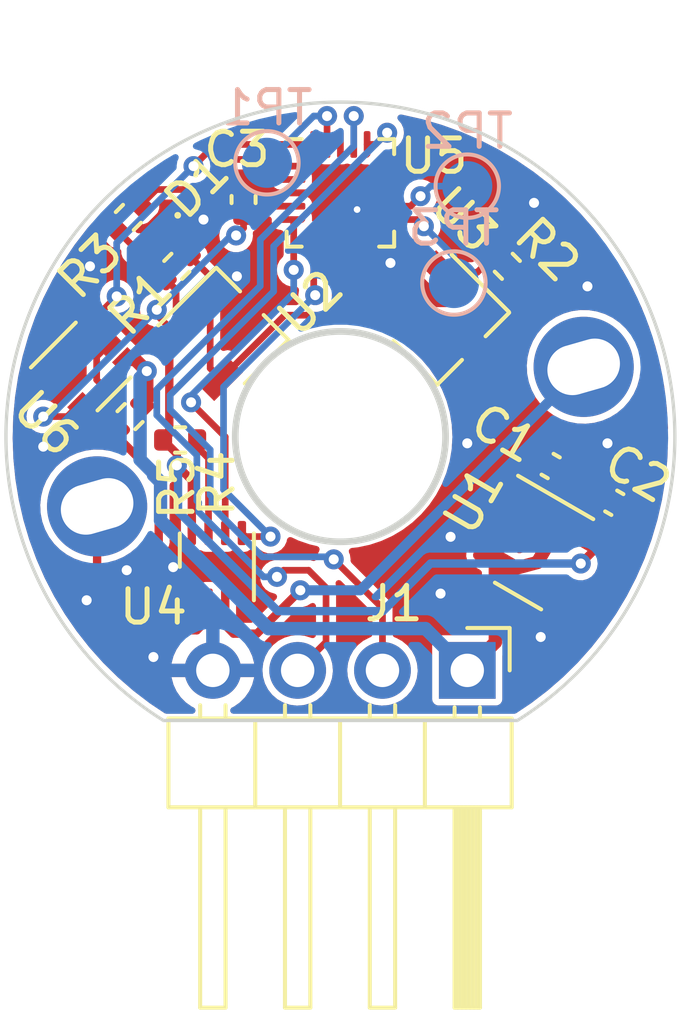
<source format=kicad_pcb>
(kicad_pcb (version 20211014) (generator pcbnew)
  (layers (0 "F.Cu" signal "Front") (31 "B.Cu" signal "Back") (34 "B.Paste" user) (35 "F.Paste" user) (36 "B.SilkS" user "B.Silkscreen") (37 "F.SilkS" user "F.Silkscreen") (38 "B.Mask" user) (39 "F.Mask" user) (44 "Edge.Cuts" user))
  (net 0 "")
  (net 1 "VCC")
  (net 2 "GND")
  (net 3 "+3V3")
  (net 4 "/SensorA")
  (net 5 "/SensorB")
  (net 6 "Net-(R4-Pad2)")
  (net 8 "/PWM2")
  (net 9 "/PWM1")
  (net 10 "/LED")
  (net 14 "/RxD")
  (net 15 "/TxD")
  (net 19 "/DIR")
  (net 20 "/STEP")
  (net 22 "/UPDI")
  (net 23 "Net-(D1-Pad2)")
  (net 24 "/M+")
  (net 25 "/M-")
  (net 26 "/I_Sens_In")
  (net 27 "/I_Sens_Out")
  (footprint "Resistor_SMD:R_0402_1005Metric" (layer "F.Cu") (at 135.2 100.1)
    (fp_text reference "R4" (at 1.1 1.3 90) (layer "F.SilkS"))
    (fp_text value "10k")
    (fp_line (start -0.153641 -0.38) (end 0.153641 -0.38) (layer "F.SilkS") (width 0.12))
    (fp_line (start -0.153641 0.38) (end 0.153641 0.38) (layer "F.SilkS") (width 0.12))
    (pad "1" smd roundrect (at -0.51 0) (size 0.54 0.64) (layers "F.Cu" "F.Paste" "F.Mask") (net 3 "+3V3"))
    (pad "2" smd roundrect (at 0.51 0) (size 0.54 0.64) (layers "F.Cu" "F.Paste" "F.Mask") (net 6 "Net-(R4-Pad2)"))
  )
  (footprint "Resistor_SMD:R_0402_1005Metric" (layer "F.Cu") (at 133.649946 93.43584 -135)
    (fp_text reference "R3" (at 1.848452 -0.222183 45) (layer "F.SilkS"))
    (fp_text value "300r")
    (fp_line (start -0.153641 -0.38) (end 0.153641 -0.38) (layer "F.SilkS") (width 0.12))
    (fp_line (start -0.153641 0.38) (end 0.153641 0.38) (layer "F.SilkS") (width 0.12))
    (pad "1" smd roundrect (at -0.51 0 225) (size 0.54 0.64) (layers "F.Cu" "F.Paste" "F.Mask") (net 10 "/LED"))
    (pad "2" smd roundrect (at 0.51 0 225) (size 0.54 0.64) (layers "F.Cu" "F.Paste" "F.Mask") (net 23 "Net-(D1-Pad2)"))
  )
  (footprint "Resistor_SMD:R_0402_1005Metric" (layer "F.Cu") (at 145 94.9 -45)
    (fp_text reference "R2" (at 0.494975 -1.202082 135) (layer "F.SilkS"))
    (fp_text value "10k")
    (fp_line (start -0.153641 0.38) (end 0.153641 0.38) (layer "F.SilkS") (width 0.12))
    (fp_line (start -0.153641 -0.38) (end 0.153641 -0.38) (layer "F.SilkS") (width 0.12))
    (pad "1" smd roundrect (at -0.51 0 315) (size 0.54 0.64) (layers "F.Cu" "F.Paste" "F.Mask") (net 3 "+3V3"))
    (pad "2" smd roundrect (at 0.51 0 315) (size 0.54 0.64) (layers "F.Cu" "F.Paste" "F.Mask") (net 5 "/SensorB"))
  )
  (footprint "Package_DFN_QFN:DFN-8-1EP_2x2mm_P0.5mm_EP0.9x1.6mm" (layer "F.Cu") (at 136.3 103.9 90)
    (fp_text reference "U4" (at -1.2 -1.9 180) (layer "F.SilkS"))
    (fp_text value "MD9927")
    (fp_line (start 0 -1.11) (end 1 -1.11) (layer "F.SilkS") (width 0.12))
    (fp_line (start -1 1.11) (end 1 1.11) (layer "F.SilkS") (width 0.12))
    (pad "1" smd roundrect (at -1.0125 -0.75 90) (size 0.725 0.25) (layers "F.Cu" "F.Paste" "F.Mask") (net 26 "/I_Sens_In"))
    (pad "2" smd roundrect (at -1.0125 -0.25 90) (size 0.725 0.25) (layers "F.Cu" "F.Paste" "F.Mask") (net 25 "/M-"))
    (pad "3" smd roundrect (at -1.0125 0.25 90) (size 0.725 0.25) (layers "F.Cu" "F.Paste" "F.Mask") (net 24 "/M+"))
    (pad "4" smd roundrect (at -1.0125 0.75 90) (size 0.725 0.25) (layers "F.Cu" "F.Paste" "F.Mask") (net 2 "GND"))
    (pad "5" smd roundrect (at 1.0125 0.75 90) (size 0.725 0.25) (layers "F.Cu" "F.Paste" "F.Mask") (net 8 "/PWM2"))
    (pad "6" smd roundrect (at 1.0125 0.25 90) (size 0.725 0.25) (layers "F.Cu" "F.Paste" "F.Mask") (net 9 "/PWM1"))
    (pad "7" smd roundrect (at 1.0125 -0.25 90) (size 0.725 0.25) (layers "F.Cu" "F.Paste" "F.Mask") (net 6 "Net-(R4-Pad2)"))
    (pad "8" smd roundrect (at 1.0125 -0.75 90) (size 0.725 0.25) (layers "F.Cu" "F.Paste" "F.Mask") (net 3 "+3V3"))
    (pad "9" smd rect (at 0 0 90) (size 0.9 1.6) (layers "F.Cu" "F.Mask") (net 2 "GND"))
  )
  (footprint "Resistor_SMD:R_0402_1005Metric" (layer "F.Cu") (at 135.1 94.9 45)
    (fp_text reference "R1" (at -1.555635 0 45) (layer "F.SilkS"))
    (fp_text value "10k")
    (fp_line (start -0.153641 -0.38) (end 0.153641 -0.38) (layer "F.SilkS") (width 0.12))
    (fp_line (start -0.153641 0.38) (end 0.153641 0.38) (layer "F.SilkS") (width 0.12))
    (pad "1" smd roundrect (at -0.51 0 45) (size 0.54 0.64) (layers "F.Cu" "F.Paste" "F.Mask") (net 3 "+3V3"))
    (pad "2" smd roundrect (at 0.51 0 45) (size 0.54 0.64) (layers "F.Cu" "F.Paste" "F.Mask") (net 4 "/SensorA"))
  )
  (footprint "Connector_PinHeader_2.54mm:PinHeader_1x04_P2.54mm_Horizontal" (layer "F.Cu") (at 143.8 107 -90)
    (fp_text reference "J1" (at -2 2.2 180) (layer "F.SilkS"))
    (fp_text value "Conn_01x04")
    (fp_line (start 1.042929 4.7) (end 1.44 4.7) (layer "F.SilkS") (width 0.12))
    (fp_line (start 4.1 8.95) (end 4.1 -1.33) (layer "F.SilkS") (width 0.12))
    (fp_line (start 4.1 -0.2) (end 10.1 -0.2) (layer "F.SilkS") (width 0.12))
    (fp_line (start -1.27 0) (end -1.27 -1.27) (layer "F.SilkS") (width 0.12))
    (fp_line (start 4.1 7.24) (end 10.1 7.24) (layer "F.SilkS") (width 0.12))
    (fp_line (start 4.1 -0.32) (end 10.1 -0.32) (layer "F.SilkS") (width 0.12))
    (fp_line (start 4.1 -0.38) (end 10.1 -0.38) (layer "F.SilkS") (width 0.12))
    (fp_line (start 1.11 -0.38) (end 1.44 -0.38) (layer "F.SilkS") (width 0.12))
    (fp_line (start 1.042929 2.16) (end 1.44 2.16) (layer "F.SilkS") (width 0.12))
    (fp_line (start 4.1 0.28) (end 10.1 0.28) (layer "F.SilkS") (width 0.12))
    (fp_line (start 4.1 -0.08) (end 10.1 -0.08) (layer "F.SilkS") (width 0.12))
    (fp_line (start 10.1 -0.38) (end 10.1 0.38) (layer "F.SilkS") (width 0.12))
    (fp_line (start 1.44 -1.33) (end 1.44 8.95) (layer "F.SilkS") (width 0.12))
    (fp_line (start 10.1 0.38) (end 4.1 0.38) (layer "F.SilkS") (width 0.12))
    (fp_line (start 1.042929 2.92) (end 1.44 2.92) (layer "F.SilkS") (width 0.12))
    (fp_line (start 10.1 5.46) (end 4.1 5.46) (layer "F.SilkS") (width 0.12))
    (fp_line (start 4.1 -1.33) (end 1.44 -1.33) (layer "F.SilkS") (width 0.12))
    (fp_line (start 4.1 0.04) (end 10.1 0.04) (layer "F.SilkS") (width 0.12))
    (fp_line (start 1.042929 8) (end 1.44 8) (layer "F.SilkS") (width 0.12))
    (fp_line (start 4.1 4.7) (end 10.1 4.7) (layer "F.SilkS") (width 0.12))
    (fp_line (start 1.042929 5.46) (end 1.44 5.46) (layer "F.SilkS") (width 0.12))
    (fp_line (start 10.1 2.16) (end 10.1 2.92) (layer "F.SilkS") (width 0.12))
    (fp_line (start 1.44 6.35) (end 4.1 6.35) (layer "F.SilkS") (width 0.12))
    (fp_line (start 1.042929 7.24) (end 1.44 7.24) (layer "F.SilkS") (width 0.12))
    (fp_line (start 4.1 0.16) (end 10.1 0.16) (layer "F.SilkS") (width 0.12))
    (fp_line (start 1.44 1.27) (end 4.1 1.27) (layer "F.SilkS") (width 0.12))
    (fp_line (start 1.44 3.81) (end 4.1 3.81) (layer "F.SilkS") (width 0.12))
    (fp_line (start 10.1 2.92) (end 4.1 2.92) (layer "F.SilkS") (width 0.12))
    (fp_line (start 4.1 2.16) (end 10.1 2.16) (layer "F.SilkS") (width 0.12))
    (fp_line (start -1.27 -1.27) (end 0 -1.27) (layer "F.SilkS") (width 0.12))
    (fp_line (start 1.11 0.38) (end 1.44 0.38) (layer "F.SilkS") (width 0.12))
    (fp_line (start 10.1 8) (end 4.1 8) (layer "F.SilkS") (width 0.12))
    (fp_line (start 10.1 4.7) (end 10.1 5.46) (layer "F.SilkS") (width 0.12))
    (fp_line (start 1.44 8.95) (end 4.1 8.95) (layer "F.SilkS") (width 0.12))
    (fp_line (start 10.1 7.24) (end 10.1 8) (layer "F.SilkS") (width 0.12))
    (pad "1" thru_hole rect (at 0 0 270) (size 1.7 1.7) (drill 1) (layers *.Cu *.Mask) (net 1 "VCC"))
    (pad "2" thru_hole oval (at 0 2.54 270) (size 1.7 1.7) (drill 1) (layers *.Cu *.Mask) (net 19 "/DIR"))
    (pad "3" thru_hole oval (at 0 5.08 270) (size 1.7 1.7) (drill 1) (layers *.Cu *.Mask) (net 20 "/STEP"))
    (pad "4" thru_hole oval (at 0 7.62 270) (size 1.7 1.7) (drill 1) (layers *.Cu *.Mask) (net 2 "GND"))
  )
  (footprint "TestPoint:TestPoint_Plated_Hole_D3.0mm" (layer "F.Cu") (at 147.286364 97.910669 16)
    (fp_text reference "J2" hide)
    (fp_text value "M+")
    (pad "1" thru_hole circle (at 0 0 16) (size 3 3) (drill oval 2.2 1.5) (layers *.Cu *.Mask) (net 24 "/M+"))
  )
  (footprint "Package_DFN_QFN:VQFN-20-1EP_3x3mm_P0.4mm_EP1.7x1.7mm" (layer "F.Cu") (at 140 92.7)
    (fp_text reference "U5" (at 2.8 -1.1) (layer "F.SilkS"))
    (fp_text value "ATtiny1606-M")
    (fp_line (start -1.61 1.61) (end -1.61 1.16) (layer "F.SilkS") (width 0.12))
    (fp_line (start 1.61 -1.61) (end 1.61 -1.16) (layer "F.SilkS") (width 0.12))
    (fp_line (start -1.16 1.61) (end -1.61 1.61) (layer "F.SilkS") (width 0.12))
    (fp_line (start 1.16 -1.61) (end 1.61 -1.61) (layer "F.SilkS") (width 0.12))
    (fp_line (start -1.16 -1.61) (end -1.61 -1.61) (layer "F.SilkS") (width 0.12))
    (fp_line (start 1.16 1.61) (end 1.61 1.61) (layer "F.SilkS") (width 0.12))
    (fp_line (start 1.61 1.61) (end 1.61 1.16) (layer "F.SilkS") (width 0.12))
    (pad "1" smd custom (at -1.45 -0.8) (size 0.143431 0.143431) (layers "F.Cu" "F.Paste" "F.Mask") (net 10 "/LED") (options (clearance outline) (anchor circle)) (primitives (gr_poly (pts (xy 0.35 0.000711) (xy 0.35 0.05) (xy -0.35 0.05) (xy -0.35 -0.05) (xy 0.299289 -0.05)) (width 0.1) (fill yes))))
    (pad "2" smd roundrect (at -1.45 -0.4) (size 0.8 0.2) (layers "F.Cu" "F.Paste" "F.Mask"))
    (pad "3" smd roundrect (at -1.45 0) (size 0.8 0.2) (layers "F.Cu" "F.Paste" "F.Mask") (net 2 "GND"))
    (pad "4" smd roundrect (at -1.45 0.4) (size 0.8 0.2) (layers "F.Cu" "F.Paste" "F.Mask") (net 3 "+3V3"))
    (pad "5" smd custom (at -1.45 0.8) (size 0.143431 0.143431) (layers "F.Cu" "F.Paste" "F.Mask") (net 9 "/PWM1") (options (clearance outline) (anchor circle)) (primitives (gr_poly (pts (xy 0.35 -0.000711) (xy 0.299289 0.05) (xy -0.35 0.05) (xy -0.35 -0.05) (xy 0.35 -0.05)) (width 0.1) (fill yes))))
    (pad "6" smd custom (at -0.8 1.45) (size 0.143431 0.143431) (layers "F.Cu" "F.Paste" "F.Mask") (net 8 "/PWM2") (options (clearance outline) (anchor circle)) (primitives (gr_poly (pts (xy 0.05 0.35) (xy -0.05 0.35) (xy -0.05 -0.299289) (xy 0.000711 -0.35) (xy 0.05 -0.35)) (width 0.1) (fill yes))))
    (pad "7" smd roundrect (at -0.4 1.45) (size 0.2 0.8) (layers "F.Cu" "F.Paste" "F.Mask") (net 4 "/SensorA"))
    (pad "8" smd roundrect (at 0 1.45) (size 0.2 0.8) (layers "F.Cu" "F.Paste" "F.Mask") (net 5 "/SensorB"))
    (pad "9" smd roundrect (at 0.4 1.45) (size 0.2 0.8) (layers "F.Cu" "F.Paste" "F.Mask"))
    (pad "10" smd custom (at 0.8 1.45) (size 0.143431 0.143431) (layers "F.Cu" "F.Paste" "F.Mask") (options (clearance outline) (anchor circle)) (primitives (gr_poly (pts (xy 0.05 -0.299289) (xy 0.05 0.35) (xy -0.05 0.35) (xy -0.05 -0.35) (xy -0.000711 -0.35)) (width 0.1) (fill yes))))
    (pad "11" smd custom (at 1.45 0.8) (size 0.143431 0.143431) (layers "F.Cu" "F.Paste" "F.Mask") (net 14 "/RxD") (options (clearance outline) (anchor circle)) (primitives (gr_poly (pts (xy 0.35 0.05) (xy -0.299289 0.05) (xy -0.35 -0.000711) (xy -0.35 -0.05) (xy 0.35 -0.05)) (width 0.1) (fill yes))))
    (pad "12" smd roundrect (at 1.45 0.4) (size 0.8 0.2) (layers "F.Cu" "F.Paste" "F.Mask") (net 15 "/TxD"))
    (pad "13" smd roundrect (at 1.45 0) (size 0.8 0.2) (layers "F.Cu" "F.Paste" "F.Mask"))
    (pad "14" smd roundrect (at 1.45 -0.4) (size 0.8 0.2) (layers "F.Cu" "F.Paste" "F.Mask"))
    (pad "15" smd custom (at 1.45 -0.8) (size 0.143431 0.143431) (layers "F.Cu" "F.Paste" "F.Mask") (options (clearance outline) (anchor circle)) (primitives (gr_poly (pts (xy 0.35 0.05) (xy -0.35 0.05) (xy -0.35 0.000711) (xy -0.299289 -0.05) (xy 0.35 -0.05)) (width 0.1) (fill yes))))
    (pad "16" smd custom (at 0.8 -1.45) (size 0.143431 0.143431) (layers "F.Cu" "F.Paste" "F.Mask") (net 19 "/DIR") (options (clearance outline) (anchor circle)) (primitives (gr_poly (pts (xy 0.05 0.299289) (xy -0.000711 0.35) (xy -0.05 0.35) (xy -0.05 -0.35) (xy 0.05 -0.35)) (width 0.1) (fill yes))))
    (pad "17" smd roundrect (at 0.4 -1.45) (size 0.2 0.8) (layers "F.Cu" "F.Paste" "F.Mask") (net 20 "/STEP"))
    (pad "18" smd roundrect (at 0 -1.45) (size 0.2 0.8) (layers "F.Cu" "F.Paste" "F.Mask"))
    (pad "19" smd roundrect (at -0.4 -1.45) (size 0.2 0.8) (layers "F.Cu" "F.Paste" "F.Mask") (net 22 "/UPDI"))
    (pad "20" smd custom (at -0.8 -1.45) (size 0.143431 0.143431) (layers "F.Cu" "F.Paste" "F.Mask") (net 27 "/I_Sens_Out") (options (clearance outline) (anchor circle)) (primitives (gr_poly (pts (xy 0.05 0.35) (xy 0.000711 0.35) (xy -0.05 0.299289) (xy -0.05 -0.35) (xy 0.05 -0.35)) (width 0.1) (fill yes))))
    (pad "21" smd rect (at 0 0) (size 1.7 1.7) (layers "F.Cu" "F.Mask") (net 2 "GND"))
  )
  (footprint "Package_TO_SOT_SMD:TSOT-23" (layer "F.Cu") (at 136.676598 96.676598 45)
    (fp_text reference "U2" (at 2.192031 1.235177 45) (layer "F.SilkS"))
    (fp_text value "CC6102")
    (fp_line (start 0.95 0.5) (end 0.95 1.55) (layer "F.SilkS") (width 0.12))
    (fp_line (start 0.93 -1.51) (end -1.5 -1.51) (layer "F.SilkS") (width 0.12))
    (fp_line (start 0.95 1.55) (end -0.9 1.55) (layer "F.SilkS") (width 0.12))
    (fp_line (start 0.95 -1.5) (end 0.95 -0.5) (layer "F.SilkS") (width 0.12))
    (pad "1" smd rect (at -1.31 -0.95 45) (size 1.22 0.65) (layers "F.Cu" "F.Paste" "F.Mask") (net 3 "+3V3"))
    (pad "2" smd rect (at -1.31 0.95 45) (size 1.22 0.65) (layers "F.Cu" "F.Paste" "F.Mask") (net 4 "/SensorA"))
    (pad "3" smd rect (at 1.31 0 45) (size 1.22 0.65) (layers "F.Cu" "F.Paste" "F.Mask") (net 2 "GND"))
  )
  (footprint "TestPoint:TestPoint_Plated_Hole_D3.0mm" (layer "F.Cu") (at 132.713636 102.089331 16)
    (fp_text reference "J3" hide)
    (fp_text value "M-")
    (pad "1" thru_hole circle (at 0 0 16) (size 3 3) (drill oval 2.2 1.5) (layers *.Cu *.Mask) (net 25 "/M-"))
  )
  (footprint "Capacitor_SMD:C_0402_1005Metric" (layer "F.Cu") (at 137.1 92.9 90)
    (fp_text reference "C3" (at 1.5 -0.2) (layer "F.SilkS"))
    (fp_text value "100n")
    (fp_line (start -0.107836 0.36) (end 0.107836 0.36) (layer "F.SilkS") (width 0.12))
    (fp_line (start -0.107836 -0.36) (end 0.107836 -0.36) (layer "F.SilkS") (width 0.12))
    (pad "1" smd roundrect (at -0.48 0 90) (size 0.56 0.62) (layers "F.Cu" "F.Paste" "F.Mask") (net 3 "+3V3"))
    (pad "2" smd roundrect (at 0.48 0 90) (size 0.56 0.62) (layers "F.Cu" "F.Paste" "F.Mask") (net 2 "GND"))
  )
  (footprint "Package_TO_SOT_SMD:SOT-363_SC-70-6" (layer "F.Cu") (at 132.4 97.9 45)
    (fp_text reference "U6" (at -2.05061 0.353553 315) (layer "F.SilkS"))
    (fp_text value "INA214")
    (fp_line (start 0.7 -1.16) (end -1.2 -1.16) (layer "F.SilkS") (width 0.12))
    (fp_line (start -0.7 1.16) (end 0.7 1.16) (layer "F.SilkS") (width 0.12))
    (pad "1" smd rect (at -0.95 -0.65 45) (size 0.65 0.4) (layers "F.Cu" "F.Paste" "F.Mask") (net 2 "GND"))
    (pad "2" smd rect (at -0.95 0 45) (size 0.65 0.4) (layers "F.Cu" "F.Paste" "F.Mask") (net 2 "GND"))
    (pad "3" smd rect (at -0.95 0.65 45) (size 0.65 0.4) (layers "F.Cu" "F.Paste" "F.Mask") (net 3 "+3V3"))
    (pad "4" smd rect (at 0.95 0.65 45) (size 0.65 0.4) (layers "F.Cu" "F.Paste" "F.Mask") (net 1 "VCC"))
    (pad "5" smd rect (at 0.95 0 45) (size 0.65 0.4) (layers "F.Cu" "F.Paste" "F.Mask") (net 26 "/I_Sens_In"))
    (pad "6" smd rect (at 0.95 -0.65 45) (size 0.65 0.4) (layers "F.Cu" "F.Paste" "F.Mask") (net 27 "/I_Sens_Out"))
  )
  (footprint "Package_TO_SOT_SMD:TSOT-23" (layer "F.Cu") (at 143.323402 96.676598 -45)
    (fp_text reference "U3" (at -1.979899 -2.512489 135) (layer "F.SilkS"))
    (fp_text value "CC6102")
    (fp_line (start 0.93 -1.51) (end -1.5 -1.51) (layer "F.SilkS") (width 0.12))
    (fp_line (start 0.95 0.5) (end 0.95 1.55) (layer "F.SilkS") (width 0.12))
    (fp_line (start 0.95 -1.5) (end 0.95 -0.5) (layer "F.SilkS") (width 0.12))
    (fp_line (start 0.95 1.55) (end -0.9 1.55) (layer "F.SilkS") (width 0.12))
    (pad "1" smd rect (at -1.31 -0.95 315) (size 1.22 0.65) (layers "F.Cu" "F.Paste" "F.Mask") (net 3 "+3V3"))
    (pad "2" smd rect (at -1.31 0.95 315) (size 1.22 0.65) (layers "F.Cu" "F.Paste" "F.Mask") (net 5 "/SensorB"))
    (pad "3" smd rect (at 1.31 0 315) (size 1.22 0.65) (layers "F.Cu" "F.Paste" "F.Mask") (net 2 "GND"))
  )
  (footprint "Capacitor_SMD:C_0402_1005Metric" (layer "F.Cu") (at 148.203288 101.980208 150)
    (fp_text reference "C2" (at -0.163266 1.110638 150) (layer "F.SilkS"))
    (fp_text value "10u")
    (fp_line (start -0.107836 -0.36) (end 0.107836 -0.36) (layer "F.SilkS") (width 0.12))
    (fp_line (start -0.107836 0.36) (end 0.107836 0.36) (layer "F.SilkS") (width 0.12))
    (pad "1" smd roundrect (at -0.48 0 150) (size 0.56 0.62) (layers "F.Cu" "F.Paste" "F.Mask") (net 3 "+3V3"))
    (pad "2" smd roundrect (at 0.48 0 150) (size 0.56 0.62) (layers "F.Cu" "F.Paste" "F.Mask") (net 2 "GND"))
  )
  (footprint "Package_TO_SOT_SMD:SOT-23-5" (layer "F.Cu") (at 146.100658 103.422065 -30)
    (fp_text reference "U1" (at -2.580256 -0.267818 240) (layer "F.SilkS"))
    (fp_text value "LP2985-3.3")
    (fp_line (start 0 1.56) (end -0.8 1.56) (layer "F.SilkS") (width 0.12))
    (fp_line (start 0 -1.56) (end 0.8 -1.56) (layer "F.SilkS") (width 0.12))
    (fp_line (start 0 -1.56) (end -1.8 -1.56) (layer "F.SilkS") (width 0.12))
    (fp_line (start 0 1.56) (end 0.8 1.56) (layer "F.SilkS") (width 0.12))
    (pad "1" smd roundrect (at -1.1375 -0.95 330) (size 1.325 0.6) (layers "F.Cu" "F.Paste" "F.Mask") (net 1 "VCC"))
    (pad "2" smd roundrect (at -1.1375 0 330) (size 1.325 0.6) (layers "F.Cu" "F.Paste" "F.Mask") (net 2 "GND"))
    (pad "3" smd roundrect (at -1.1375 0.95 330) (size 1.325 0.6) (layers "F.Cu" "F.Paste" "F.Mask") (net 1 "VCC"))
    (pad "4" smd roundrect (at 1.1375 0.95 330) (size 1.325 0.6) (layers "F.Cu" "F.Paste" "F.Mask"))
    (pad "5" smd roundrect (at 1.1375 -0.95 330) (size 1.325 0.6) (layers "F.Cu" "F.Paste" "F.Mask") (net 3 "+3V3"))
  )
  (footprint "Capacitor_SMD:C_0402_1005Metric" (layer "F.Cu") (at 146.29803 100.880207 -30)
    (fp_text reference "C1" (at -1.700833 -0.149869 150) (layer "F.SilkS"))
    (fp_text value "10u")
    (fp_line (start -0.107836 0.36) (end 0.107836 0.36) (layer "F.SilkS") (width 0.12))
    (fp_line (start -0.107836 -0.36) (end 0.107836 -0.36) (layer "F.SilkS") (width 0.12))
    (pad "1" smd roundrect (at -0.48 0 330) (size 0.56 0.62) (layers "F.Cu" "F.Paste" "F.Mask") (net 1 "VCC"))
    (pad "2" smd roundrect (at 0.48 0 330) (size 0.56 0.62) (layers "F.Cu" "F.Paste" "F.Mask") (net 2 "GND"))
  )
  (footprint "Resistor_SMD:R_0402_1005Metric" (layer "F.Cu") (at 133.7 99.4 -135)
    (fp_text reference "R5" (at 0.494975 -2.474874 90) (layer "F.SilkS"))
    (fp_text value "shunt")
    (fp_line (start -0.153641 -0.38) (end 0.153641 -0.38) (layer "F.SilkS") (width 0.12))
    (fp_line (start -0.153641 0.38) (end 0.153641 0.38) (layer "F.SilkS") (width 0.12))
    (pad "1" smd roundrect (at -0.51 0 225) (size 0.54 0.64) (layers "F.Cu" "F.Paste" "F.Mask") (net 1 "VCC"))
    (pad "2" smd roundrect (at 0.51 0 225) (size 0.54 0.64) (layers "F.Cu" "F.Paste" "F.Mask") (net 26 "/I_Sens_In"))
  )
  (footprint "LED_SMD:LED_0402_1005Metric" (layer "F.Cu") (at 134.357053 94.142947 -135)
    (fp_text reference "D1" (at -2.111346 0.212132 45) (layer "F.SilkS"))
    (fp_text value "LED_Small")
    (fp_circle (center -1.09 0) (end -1.04 0) (layer "F.SilkS") (width 0.1) (fill none))
    (pad "1" smd roundrect (at -0.485 0 225) (size 0.59 0.64) (layers "F.Cu" "F.Paste" "F.Mask") (net 2 "GND"))
    (pad "2" smd roundrect (at 0.485 0 225) (size 0.59 0.64) (layers "F.Cu" "F.Paste" "F.Mask") (net 23 "Net-(D1-Pad2)"))
  )
  (footprint "TestPoint:TestPoint_Pad_D1.5mm" (layer "B.Cu") (at 143.4 95.4 180)
    (fp_text reference "TP3" (at 0 1.648) (layer "B.SilkS") (effects (justify mirror)))
    (fp_text value "TX1")
    (fp_circle (center 0 0) (end 0 -0.95) (layer "B.SilkS") (width 0.12) (fill none))
    (pad "1" smd circle (at 0 0 180) (size 1.5 1.5) (layers "B.Cu" "B.Mask") (net 14 "/RxD"))
  )
  (footprint "TestPoint:TestPoint_Pad_D1.5mm" (layer "B.Cu") (at 137.8 91.8 180)
    (fp_text reference "TP1" (at 0 1.648) (layer "B.SilkS") (effects (justify mirror)))
    (fp_text value "NRT1")
    (fp_circle (center 0 0) (end 0 -0.95) (layer "B.SilkS") (width 0.12) (fill none))
    (pad "1" smd circle (at 0 0 180) (size 1.5 1.5) (layers "B.Cu" "B.Mask") (net 22 "/UPDI"))
  )
  (footprint "TestPoint:TestPoint_Pad_D1.5mm" (layer "B.Cu") (at 143.8 92.5 180)
    (fp_text reference "TP2" (at 0 1.648) (layer "B.SilkS") (effects (justify mirror)))
    (fp_text value "RX1")
    (fp_circle (center 0 0) (end 0 -0.95) (layer "B.SilkS") (width 0.12) (fill none))
    (pad "1" smd circle (at 0 0 180) (size 1.5 1.5) (layers "B.Cu" "B.Mask") (net 15 "/TxD"))
  )
  (gr_line (start 134.7 108.5) (end 145.3 108.5) (layer "Edge.Cuts") (width 0.1))
  (gr_arc (start 134.7 108.5) (mid 140 89.983014) (end 145.3 108.5) (layer "Edge.Cuts") (width 0.1))
  (gr_circle (center 140 100) (end 143.15 100) (layer "Edge.Cuts") (width 0.2) (fill none))
  (segment (start 145.590556 102.030591) (end 146.099342 102.324343) (width 0.4) (layer "F.Cu") (net 1))
  (segment (start 146.099342 102.324343) (end 146.300658 103.075656) (width 0.4) (layer "F.Cu") (net 1))
  (segment (start 145.882336 100.640206) (end 145.67234 101.00394) (width 0.25) (layer "F.Cu") (net 1))
  (segment (start 145.900657 103.768476) (end 145.149342 103.969789) (width 0.4) (layer "F.Cu") (net 1))
  (segment (start 145.834304 101.608404) (end 145.590556 102.030591) (width 0.25) (layer "F.Cu") (net 1))
  (segment (start 145.149342 103.969789) (end 144.640555 103.676042) (width 0.4) (layer "F.Cu") (net 1))
  (segment (start 146.300658 103.075656) (end 145.900657 103.768476) (width 0.4) (layer "F.Cu") (net 1))
  (segment (start 143.8 107) (end 144.640554 106.159446) (width 0.4) (layer "F.Cu") (net 1))
  (segment (start 144.640554 106.159446) (end 144.640554 103.676039) (width 0.4) (layer "F.Cu") (net 1))
  (segment (start 133.531371 97.687868) (end 133.850079 97.687868) (width 0.4) (layer "F.Cu") (net 1))
  (segment (start 134.200786 98.899214) (end 134.200786 98.038575) (width 0.4) (layer "F.Cu") (net 1))
  (segment (start 134.060624 99.039376) (end 134.200786 98.899214) (width 0.4) (layer "F.Cu") (net 1))
  (segment (start 145.67234 101.00394) (end 145.834304 101.608404) (width 0.25) (layer "F.Cu") (net 1))
  (segment (start 133.850079 97.687868) (end 134.200786 98.038575) (width 0.4) (layer "F.Cu") (net 1))
  (via (at 134.200786 98.038575) (size 0.6) (drill 0.3) (layers "F.Cu" "B.Cu") (net 1))
  (segment (start 141.492759 105.749011) (end 141.49128 105.75049) (width 0.4) (layer "B.Cu") (net 1))
  (segment (start 134 98.239361) (end 134.200786 98.038575) (width 0.4) (layer "B.Cu") (net 1))
  (segment (start 134.613147 101.361528) (end 134.401977 101.150358) (width 0.4) (layer "B.Cu") (net 1))
  (segment (start 134.401977 101.150358) (end 134.401977 101.091357) (width 0.4) (layer "B.Cu") (net 1))
  (segment (start 137.850489 105.750489) (end 134.613147 102.513147) (width 0.4) (layer "B.Cu") (net 1))
  (segment (start 134.401977 101.091357) (end 134 100.68938) (width 0.4) (layer "B.Cu") (net 1))
  (segment (start 134 100.68938) (end 134 98.239361) (width 0.4) (layer "B.Cu") (net 1))
  (segment (start 141.49128 105.75049) (end 137.850489 105.750489) (width 0.4) (layer "B.Cu") (net 1))
  (segment (start 134.613147 102.513147) (end 134.613147 101.361528) (width 0.4) (layer "B.Cu") (net 1))
  (segment (start 143.8 107) (end 142.549011 105.749011) (width 0.4) (layer "B.Cu") (net 1))
  (segment (start 142.549011 105.749011) (end 141.492759 105.749011) (width 0.4) (layer "B.Cu") (net 1))
  (segment (start 138.55 92.7) (end 140 92.7) (width 0.2) (layer "F.Cu") (net 2))
  (segment (start 138.55 92.7) (end 137.38 92.7) (width 0.2) (layer "F.Cu") (net 2))
  (segment (start 137.38 92.7) (end 137.1 92.42) (width 0.2) (layer "F.Cu") (net 2))
  (via (at 145.8 93) (size 0.6) (drill 0.3) (layers "F.Cu" "B.Cu") (net 2))
  (via (at 147.4 95.5) (size 0.6) (drill 0.3) (layers "F.Cu" "B.Cu") (net 2))
  (via (at 132.4 104.9) (size 0.6) (drill 0.3) (layers "F.Cu" "B.Cu") (net 2))
  (via (at 135.9 93.5) (size 0.6) (drill 0.3) (layers "F.Cu" "B.Cu") (net 2))
  (via (at 136.9 95.2) (size 0.6) (drill 0.3) (layers "F.Cu" "B.Cu") (net 2))
  (via (at 140.5 93.2) (size 0.6) (drill 0.2) (layers "F.Cu" "B.Cu") (net 2))
  (via (at 141.5 94.8) (size 0.6) (drill 0.3) (layers "F.Cu" "B.Cu") (net 2))
  (via (at 146 106) (size 0.6) (drill 0.3) (layers "F.Cu" "B.Cu") (net 2))
  (via (at 143.3 103) (size 0.6) (drill 0.3) (layers "F.Cu" "B.Cu") (net 2))
  (via (at 143 104.7) (size 0.6) (drill 0.3) (layers "F.Cu" "B.Cu") (net 2))
  (via (at 143.8 100.2) (size 0.6) (drill 0.3) (layers "F.Cu" "B.Cu") (net 2))
  (via (at 148 100.2) (size 0.6) (drill 0.3) (layers "F.Cu" "B.Cu") (net 2))
  (via (at 134.4 106.6) (size 0.6) (drill 0.3) (layers "F.Cu" "B.Cu") (net 2))
  (via (at 132.5 94.9) (size 0.6) (drill 0.3) (layers "F.Cu" "B.Cu") (net 2))
  (via (at 131.1 100.3) (size 0.6) (drill 0.3) (layers "F.Cu" "B.Cu") (net 2))
  (via (at 134.991589 103.908411) (size 0.6) (drill 0.3) (layers "F.Cu" "B.Cu") (net 2))
  (via (at 133.6 104) (size 0.6) (drill 0.3) (layers "F.Cu" "B.Cu") (net 2))
  (segment (start 148.358977 102.67054) (end 147.754511 102.832507) (width 0.25) (layer "F.Cu") (net 3))
  (segment (start 148.61898 102.220208) (end 148.61898 100.809017) (width 0.25) (layer "F.Cu") (net 3))
  (segment (start 149.129312 96.752175) (end 148.906618 96.183608) (width 0.25) (layer "F.Cu") (net 3))
  (segment (start 134.69 100.1) (end 135.101478 100.511478) (width 0.25) (layer "F.Cu") (net 3))
  (segment (start 148.356168 95.094173) (end 147.801371 94.539376) (width 0.25) (layer "F.Cu") (net 3))
  (segment (start 138.55 93.1) (end 137.38 93.1) (width 0.2) (layer "F.Cu") (net 3))
  (segment (start 149.577048 98.525936) (end 149.465185 97.92564) (width 0.25) (layer "F.Cu") (net 3))
  (segment (start 134.5 96.352619) (end 135.078537 96.931156) (width 0.2) (layer "F.Cu") (net 3))
  (segment (start 147.754511 102.832507) (end 147.560764 103.168092) (width 0.25) (layer "F.Cu") (net 3))
  (segment (start 143.068844 95.078537) (end 144.100215 95.078537) (width 0.2) (layer "F.Cu") (net 3))
  (segment (start 135.101478 100.511478) (end 135.101478 100.860614) (width 0.25) (layer "F.Cu") (net 3))
  (segment (start 149.686379 99.741618) (end 149.650874 99.132049) (width 0.25) (layer "F.Cu") (net 3))
  (segment (start 147.560762 103.168091) (end 147.560762 103.439238) (width 0.25) (layer "F.Cu") (net 3))
  (segment (start 148.906618 96.183608) (end 148.648566 95.630217) (width 0.25) (layer "F.Cu") (net 3))
  (segment (start 135.078537 95.599785) (end 134.739376 95.260624) (width 0.2) (layer "F.Cu") (net 3))
  (segment (start 148.61898 100.809017) (end 149.686379 99.741618) (width 0.25) (layer "F.Cu") (net 3))
  (segment (start 134.69 100.1) (end 134.875499 99.914501) (width 0.25) (layer "F.Cu") (net 3))
  (segment (start 148.648566 95.630217) (end 148.356168 95.094173) (width 0.25) (layer "F.Cu") (net 3))
  (segment (start 135.55 102.8875) (end 135.55 101.309136) (width 0.25) (layer "F.Cu") (net 3))
  (segment (start 135.078537 96.931156) (end 135.078537 95.599785) (width 0.2) (layer "F.Cu") (net 3))
  (segment (start 147.560762 103.439238) (end 147.2 103.8) (width 0.25) (layer "F.Cu") (net 3))
  (segment (start 131.819239 99.4) (end 132.187868 99.031371) (width 0.2) (layer "F.Cu") (net 3))
  (segment (start 137.1 93.38) (end 137.1 93.752178) (width 0.2) (layer "F.Cu") (net 3))
  (segment (start 147.801371 94.539376) (end 144.639376 94.539376) (width 0.25) (layer "F.Cu") (net 3))
  (segment (start 137.38 93.1) (end 137.1 93.38) (width 0.2) (layer "F.Cu") (net 3))
  (segment (start 149.465185 97.92564) (end 149.315744 97.333612) (width 0.25) (layer "F.Cu") (net 3))
  (segment (start 134.875499 99.914501) (end 134.875499 97.134194) (width 0.25) (layer "F.Cu") (net 3))
  (segment (start 148.618978 102.220209) (end 148.358977 102.67054) (width 0.25) (layer "F.Cu") (net 3))
  (segment (start 149.650874 99.132049) (end 149.577048 98.525936) (width 0.25) (layer "F.Cu") (net 3))
  (segment (start 135.55 101.309136) (end 135.101478 100.860614) (width 0.25) (layer "F.Cu") (net 3))
  (segment (start 149.315744 97.333612) (end 149.129312 96.752175) (width 0.25) (layer "F.Cu") (net 3))
  (segment (start 144.100215 95.078537) (end 144.639376 94.539376) (width 0.2) (layer "F.Cu") (net 3))
  (segment (start 134.5 96.2) (end 134.5 96.352619) (width 0.2) (layer "F.Cu") (net 3))
  (segment (start 137.1 93.752178) (end 136.876089 93.976089) (width 0.2) (layer "F.Cu") (net 3))
  (segment (start 131.1 99.4) (end 131.819239 99.4) (width 0.2) (layer "F.Cu") (net 3))
  (via (at 147.2 103.8) (size 0.6) (drill 0.3) (layers "F.Cu" "B.Cu") (net 3))
  (via (at 135.101478 100.860614) (size 0.6) (drill 0.3) (layers "F.Cu" "B.Cu") (net 3))
  (via (at 134.5 96.2) (size 0.6) (drill 0.3) (layers "F.Cu" "B.Cu") (net 3))
  (via (at 136.876089 93.976089) (size 0.6) (drill 0.3) (layers "F.Cu" "B.Cu") (net 3))
  (via (at 131.1 99.4) (size 0.6) (drill 0.3) (layers "F.Cu" "B.Cu") (net 3))
  (segment (start 131.3 99.4) (end 131.1 99.4) (width 0.2) (layer "B.Cu") (net 3))
  (segment (start 134.5 96.2) (end 136.723911 93.976089) (width 0.2) (layer "B.Cu") (net 3))
  (segment (start 147.2 103.8) (end 142.7 103.8) (width 0.25) (layer "B.Cu") (net 3))
  (segment (start 135.137658 100.896794) (end 135.101478 100.860614) (width 0.25) (layer "B.Cu") (net 3))
  (segment (start 135.137658 102.237658) (end 135.137658 100.896794) (width 0.25) (layer "B.Cu") (net 3))
  (segment (start 141.274021 105.225979) (end 138.125979 105.225979) (width 0.25) (layer "B.Cu") (net 3))
  (segment (start 138.125979 105.225979) (end 135.137658 102.237658) (width 0.25) (layer "B.Cu") (net 3))
  (segment (start 134.5 96.2) (end 131.3 99.4) (width 0.2) (layer "B.Cu") (net 3))
  (segment (start 142.7 103.8) (end 141.274021 105.225979) (width 0.25) (layer "B.Cu") (net 3))
  (segment (start 136.723911 93.976089) (end 136.876089 93.976089) (width 0.2) (layer "B.Cu") (net 3))
  (segment (start 139.49358 96.363554) (end 139.844764 96.01237) (width 0.2) (layer "F.Cu") (net 4))
  (segment (start 139.844764 95.106469) (end 139.60048 94.862185) (width 0.2) (layer "F.Cu") (net 4))
  (segment (start 135.460624 94.560624) (end 136.1 95.2) (width 0.2) (layer "F.Cu") (net 4))
  (segment (start 136.1 95.2) (end 136.1 97.952619) (width 0.2) (layer "F.Cu") (net 4))
  (segment (start 136.42204 98.274659) (end 138.333145 96.363554) (width 0.2) (layer "F.Cu") (net 4))
  (segment (start 138.333145 96.363554) (end 139.49358 96.363554) (width 0.2) (layer "F.Cu") (net 4))
  (segment (start 139.60048 94.862185) (end 139.60048 94.15048) (width 0.2) (layer "F.Cu") (net 4))
  (segment (start 139.844764 96.01237) (end 139.844764 95.106469) (width 0.2) (layer "F.Cu") (net 4))
  (segment (start 136.1 97.952619) (end 136.42204 98.274659) (width 0.2) (layer "F.Cu") (net 4))
  (segment (start 140 94.696699) (end 140 94.15) (width 0.2) (layer "F.Cu") (net 5))
  (segment (start 141.725341 96.42204) (end 144.199208 96.42204) (width 0.2) (layer "F.Cu") (net 5))
  (segment (start 141.725341 96.42204) (end 140 94.696699) (width 0.2) (layer "F.Cu") (net 5))
  (segment (start 144.199208 96.42204) (end 145.360624 95.260624) (width 0.2) (layer "F.Cu") (net 5))
  (segment (start 136.05 100.65) (end 136.05 102.8875) (width 0.2) (layer "F.Cu") (net 6))
  (segment (start 135.71 100.31) (end 136.05 100.65) (width 0.2) (layer "F.Cu") (net 6))
  (segment (start 139.20097 95.71976) (end 139.245255 95.764045) (width 0.2) (layer "F.Cu") (net 8))
  (segment (start 137.05 102.8875) (end 137.155917 102.993417) (width 0.2) (layer "F.Cu") (net 8))
  (segment (start 139.2 94.05) (end 139.2 94.652166) (width 0.2) (layer "F.Cu") (net 8))
  (segment (start 139.20097 94.653136) (end 139.20097 95.71976) (width 0.2) (layer "F.Cu") (net 8))
  (segment (start 139.2 94.652166) (end 139.20097 94.653136) (width 0.2) (layer "F.Cu") (net 8))
  (segment (start 137.155917 102.993417) (end 137.906583 102.993417) (width 0.2) (layer "F.Cu") (net 8))
  (via (at 139.245255 95.764045) (size 0.6) (drill 0.3) (layers "F.Cu" "B.Cu") (net 8))
  (via (at 137.906583 102.993417) (size 0.6) (drill 0.3) (layers "F.Cu" "B.Cu") (net 8))
  (segment (start 139.245255 95.764045) (end 136.5 98.5093) (width 0.2) (layer "B.Cu") (net 8))
  (segment (start 136.5 98.5093) (end 136.5 101.586834) (width 0.2) (layer "B.Cu") (net 8))
  (segment (start 136.5 101.586834) (end 137.906583 102.993417) (width 0.2) (layer "B.Cu") (net 8))
  (segment (start 138.55 93.5) (end 138.60147 93.55147) (width 0.2) (layer "F.Cu") (net 9))
  (segment (start 138.60147 93.55147) (end 138.60147 95.00719) (width 0.2) (layer "F.Cu") (net 9))
  (segment (start 135.527702 98.983198) (end 135.527702 98.972298) (width 0.2) (layer "F.Cu") (net 9))
  (segment (start 136.55 102.8875) (end 136.55 100.005496) (width 0.2) (layer "F.Cu") (net 9))
  (segment (start 136.55 100.005496) (end 135.527702 98.983198) (width 0.2) (layer "F.Cu") (net 9))
  (via (at 138.60147 95.00719) (size 0.6) (drill 0.3) (layers "F.Cu" "B.Cu") (net 9))
  (via (at 135.527702 98.972298) (size 0.6) (drill 0.3) (layers "F.Cu" "B.Cu") (net 9))
  (segment (start 135.527702 98.772298) (end 135.527702 98.972298) (width 0.2) (layer "B.Cu") (net 9))
  (segment (start 138.60147 95.00719) (end 138.60147 95.69853) (width 0.2) (layer "B.Cu") (net 9))
  (segment (start 138.60147 95.69853) (end 135.527702 98.772298) (width 0.2) (layer "B.Cu") (net 9))
  (segment (start 134.01057 93.075216) (end 134.485786 92.6) (width 0.2) (layer "F.Cu") (net 10))
  (segment (start 137.6 91.7) (end 137.8 91.9) (width 0.2) (layer "F.Cu") (net 10))
  (segment (start 136.7 91.7) (end 137.6 91.7) (width 0.2) (layer "F.Cu") (net 10))
  (segment (start 137.8 91.9) (end 138.55 91.9) (width 0.2) (layer "F.Cu") (net 10))
  (segment (start 134.485786 92.6) (end 135.8 92.6) (width 0.2) (layer "F.Cu") (net 10))
  (segment (start 135.8 92.6) (end 136.7 91.7) (width 0.2) (layer "F.Cu") (net 10))
  (segment (start 142.5 93.7) (end 142.3 93.5) (width 0.2) (layer "F.Cu") (net 14))
  (segment (start 142.3 93.5) (end 141.45 93.5) (width 0.2) (layer "F.Cu") (net 14))
  (via (at 142.5 93.7) (size 0.6) (drill 0.3) (layers "F.Cu" "B.Cu") (net 14))
  (segment (start 143.4 95.4) (end 143.4 94.6) (width 0.2) (layer "B.Cu") (net 14))
  (segment (start 143.4 94.6) (end 142.5 93.7) (width 0.2) (layer "B.Cu") (net 14))
  (segment (start 142.1 93.1) (end 141.45 93.1) (width 0.2) (layer "F.Cu") (net 15))
  (segment (start 142.4 92.8) (end 142.1 93.1) (width 0.2) (layer "F.Cu") (net 15))
  (via (at 142.4 92.8) (size 0.6) (drill 0.3) (layers "F.Cu" "B.Cu") (net 15))
  (segment (start 143.8 92.5) (end 142.7 92.5) (width 0.2) (layer "B.Cu") (net 15))
  (segment (start 142.7 92.5) (end 142.4 92.8) (width 0.2) (layer "B.Cu") (net 15))
  (segment (start 141.05 91.25) (end 141.4 90.9) (width 0.2) (layer "F.Cu") (net 19))
  (segment (start 141.26 107) (end 141.26 105.136) (width 0.2) (layer "F.Cu") (net 19))
  (segment (start 141.26 105.136) (end 139.8 103.676) (width 0.2) (layer "F.Cu") (net 19))
  (segment (start 140.8 91.25) (end 141.05 91.25) (width 0.2) (layer "F.Cu") (net 19))
  (via (at 139.8 103.676) (size 0.6) (drill 0.3) (layers "F.Cu" "B.Cu") (net 19))
  (via (at 141.4 90.9) (size 0.6) (drill 0.3) (layers "F.Cu" "B.Cu") (net 19))
  (segment (start 141.4 90.9) (end 138 94.3) (width 0.2) (layer "B.Cu") (net 19))
  (segment (start 136.100489 100.392909) (end 136.10049 101.752318) (width 0.2) (layer "B.Cu") (net 19))
  (segment (start 136.154389 101.806216) (end 136.154389 102.089045) (width 0.2) (layer "B.Cu") (net 19))
  (segment (start 136.10049 101.752318) (end 136.154389 101.806216) (width 0.2) (layer "B.Cu") (net 19))
  (segment (start 134.900499 99.192918) (end 136.100489 100.392909) (width 0.2) (layer "B.Cu") (net 19))
  (segment (start 137.664845 103.599501) (end 139.723501 103.599501) (width 0.2) (layer "B.Cu") (net 19))
  (segment (start 138 94.3) (end 138 95.652176) (width 0.2) (layer "B.Cu") (net 19))
  (segment (start 136.154389 102.089045) (end 137.664845 103.599501) (width 0.2) (layer "B.Cu") (net 19))
  (segment (start 139.723501 103.599501) (end 139.8 103.676) (width 0.2) (layer "B.Cu") (net 19))
  (segment (start 138 95.652176) (end 134.9005 98.751676) (width 0.2) (layer "B.Cu") (net 19))
  (segment (start 134.9005 98.751676) (end 134.900499 99.192918) (width 0.2) (layer "B.Cu") (net 19))
  (segment (start 138.72 107) (end 139.57 106.15) (width 0.2) (layer "F.Cu") (net 20))
  (segment (start 139.57 106.15) (end 139.57 104.523654) (width 0.2) (layer "F.Cu") (net 20))
  (segment (start 138.297024 104.001977) (end 138.1 104.199001) (width 0.2) (layer "F.Cu") (net 20))
  (segment (start 139.048323 104.001977) (end 138.297024 104.001977) (width 0.2) (layer "F.Cu") (net 20))
  (segment (start 140.4 91.25) (end 140.4 90.4) (width 0.2) (layer "F.Cu") (net 20))
  (segment (start 139.57 104.523654) (end 139.048323 104.001977) (width 0.2) (layer "F.Cu") (net 20))
  (via (at 140.4 90.4) (size 0.6) (drill 0.3) (layers "F.Cu" "B.Cu") (net 20))
  (via (at 138.1 104.199001) (size 0.6) (drill 0.3) (layers "F.Cu" "B.Cu") (net 20))
  (segment (start 134.500989 99.358402) (end 135.700978 100.558391) (width 0.2) (layer "B.Cu") (net 20))
  (segment (start 135.700981 101.917802) (end 135.700981 101.917806) (width 0.2) (layer "B.Cu") (net 20))
  (segment (start 135.754879 102.254529) (end 137.699351 104.199001) (width 0.2) (layer "B.Cu") (net 20))
  (segment (start 137.6 94.1) (end 137.6 95.487183) (width 0.2) (layer "B.Cu") (net 20))
  (segment (start 135.700978 100.558391) (end 135.700979 101.9178) (width 0.2) (layer "B.Cu") (net 20))
  (segment (start 137.6 95.487183) (end 134.500989 98.586194) (width 0.2) (layer "B.Cu") (net 20))
  (segment (start 135.754878 101.971702) (end 135.754879 102.254529) (width 0.2) (layer "B.Cu") (net 20))
  (segment (start 135.700981 101.917806) (end 135.754878 101.971702) (width 0.2) (layer "B.Cu") (net 20))
  (segment (start 140.4 91.3) (end 137.6 94.1) (width 0.2) (layer "B.Cu") (net 20))
  (segment (start 140.4 90.4) (end 140.4 91.3) (width 0.2) (layer "B.Cu") (net 20))
  (segment (start 137.699351 104.199001) (end 138.1 104.199001) (width 0.2) (layer "B.Cu") (net 20))
  (segment (start 135.700979 101.9178) (end 135.700981 101.917802) (width 0.2) (layer "B.Cu") (net 20))
  (segment (start 134.500989 98.586194) (end 134.500989 99.358402) (width 0.2) (layer "B.Cu") (net 20))
  (segment (start 139.6 91.25) (end 139.6 90.4) (width 0.2) (layer "F.Cu") (net 22))
  (via (at 139.6 90.4) (size 0.6) (drill 0.3) (layers "F.Cu" "B.Cu") (net 22))
  (segment (start 139.2 90.4) (end 137.8 91.8) (width 0.2) (layer "B.Cu") (net 22))
  (segment (start 139.6 90.4) (end 139.2 90.4) (width 0.2) (layer "B.Cu") (net 22))
  (segment (start 133.978752 94.485894) (end 133.289322 93.796464) (width 0.2) (layer "F.Cu") (net 23))
  (segment (start 136.8 105.9) (end 137.501478 105.9) (width 0.25) (layer "F.Cu") (net 24))
  (segment (start 137.501478 105.9) (end 138.8 104.601478) (width 0.25) (layer "F.Cu") (net 24))
  (segment (start 136.55 105.65) (end 136.8 105.9) (width 0.25) (layer "F.Cu") (net 24))
  (segment (start 136.55 104.9125) (end 136.55 105.65) (width 0.25) (layer "F.Cu") (net 24))
  (via (at 138.8 104.601478) (size 0.6) (drill 0.3) (layers "F.Cu" "B.Cu") (net 24))
  (segment (start 140.595555 104.601478) (end 138.8 104.601478) (width 0.3) (layer "B.Cu") (net 24))
  (segment (start 147.286364 97.910669) (end 140.595555 104.601478) (width 0.3) (layer "B.Cu") (net 24))
  (segment (start 134.4 105.8) (end 135.7 105.8) (width 0.25) (layer "F.Cu") (net 25))
  (segment (start 132.713636 104.113636) (end 134.4 105.8) (width 0.25) (layer "F.Cu") (net 25))
  (segment (start 135.7 105.8) (end 136.05 105.45) (width 0.25) (layer "F.Cu") (net 25))
  (segment (start 132.713636 102.089331) (end 132.713636 104.113636) (width 0.25) (layer "F.Cu") (net 25))
  (segment (start 136.05 105.45) (end 136.05 104.9125) (width 0.25) (layer "F.Cu") (net 25))
  (segment (start 134.558259 101.2445) (end 133.339376 100.025617) (width 0.25) (layer "F.Cu") (net 26))
  (segment (start 132.7 98.3) (end 133.3 98.9) (width 0.2) (layer "F.Cu") (net 26))
  (segment (start 133.071751 97.228249) (end 132.7 97.6) (width 0.2) (layer "F.Cu") (net 26))
  (segment (start 133.3 98.9) (end 133.3 99.721248) (width 0.2) (layer "F.Cu") (net 26))
  (segment (start 135.1125 104.9125) (end 134.3 104.1) (width 0.25) (layer "F.Cu") (net 26))
  (segment (start 135.55 104.9125) (end 135.1125 104.9125) (width 0.25) (layer "F.Cu") (net 26))
  (segment (start 134.558259 103.141741) (end 134.558259 101.2445) (width 0.25) (layer "F.Cu") (net 26))
  (segment (start 134.3 104.1) (end 134.3 103.4) (width 0.25) (layer "F.Cu") (net 26))
  (segment (start 133.339376 100.025617) (end 133.339376 99.760624) (width 0.25) (layer "F.Cu") (net 26))
  (segment (start 134.3 103.4) (end 134.558259 103.141741) (width 0.25) (layer "F.Cu") (net 26))
  (segment (start 132.7 97.6) (end 132.7 98.3) (width 0.2) (layer "F.Cu") (net 26))
  (segment (start 136.25 91.25) (end 139.2 91.25) (width 0.2) (layer "F.Cu") (net 27))
  (segment (start 132.612132 96.768629) (end 132.612132 96.487868) (width 0.2) (layer "F.Cu") (net 27))
  (segment (start 135.6 91.9) (end 136.25 91.25) (width 0.2) (layer "F.Cu") (net 27))
  (segment (start 132.612132 96.487868) (end 133.3 95.8) (width 0.2) (layer "F.Cu") (net 27))
  (via (at 135.6 91.9) (size 0.6) (drill 0.3) (layers "F.Cu" "B.Cu") (net 27))
  (via (at 133.3 95.8) (size 0.6) (drill 0.3) (layers "F.Cu" "B.Cu") (net 27))
  (segment (start 133.3 94.2) (end 135.6 91.9) (width 0.2) (layer "B.Cu") (net 27))
  (segment (start 133.3 95.8) (end 133.3 94.2) (width 0.2) (layer "B.Cu") (net 27))
  (zone (net 2) (net_name "GND") (layers F&B.Cu) (connect_pads thru_hole_only (clearance 0.2)) (min_thickness 0.2) (fill yes (thermal_gap 0.4) (thermal_bridge_width 0.4) (smoothing fillet) (radius 0.2))
    (polygon (pts (xy 150.1 108.9) (xy 129.9 108.9) (xy 129.9 89.9) (xy 150.1 89.9)))
  )
)
</source>
